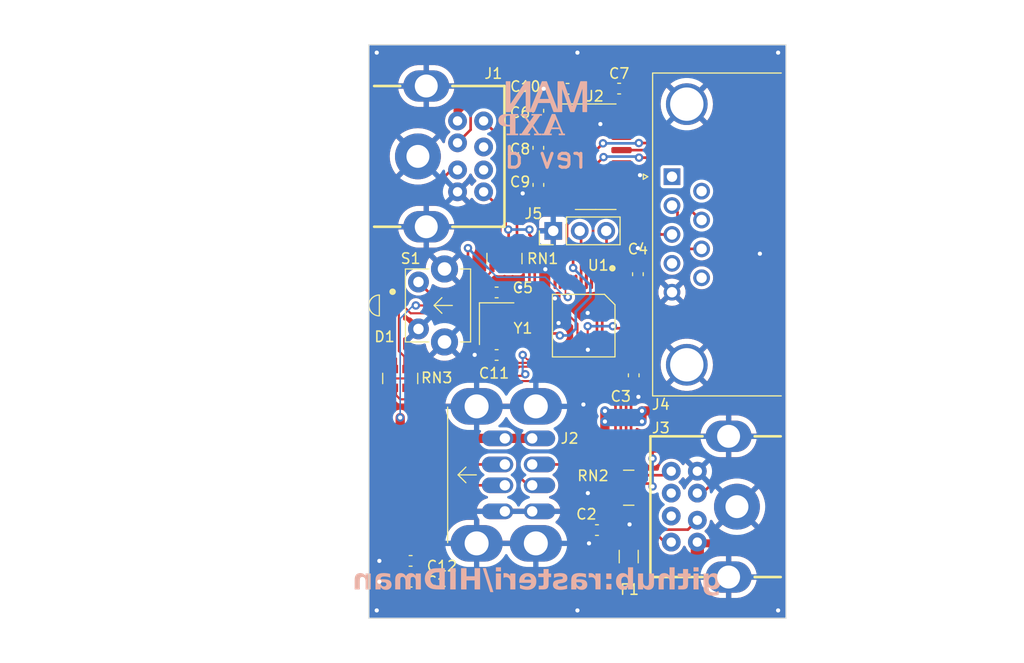
<source format=kicad_pcb>
(kicad_pcb (version 20240108) (generator "pcbnew") (generator_version "8.0")
  (layers (0 "F.Cu" signal) (31 "B.Cu" signal) (34 "B.Paste" user) (35 "F.Paste" user) (36 "B.SilkS" user "B.Silkscreen") (37 "F.SilkS" user "F.Silkscreen") (38 "B.Mask" user) (39 "F.Mask" user) (44 "Edge.Cuts" user))
  (net 0 "")
  (net 1 "Net-(F1-Pad2)")
  (net 2 "GND")
  (net 3 "+5V")
  (net 4 "/DIN1-1")
  (net 5 "/DIN1-2")
  (net 6 "/DIN1-6")
  (net 7 "/DIN1-8")
  (net 8 "/DIN2-1")
  (net 9 "/DIN2-2")
  (net 10 "/DIN2-6")
  (net 11 "/DIN2-8")
  (net 16 "Net-(U2-C1+)")
  (net 17 "Net-(U2-C1-)")
  (net 18 "Net-(U2-C2+)")
  (net 19 "Net-(U2-C2-)")
  (net 20 "Net-(U2-VS-)")
  (net 21 "Net-(U2-VS+)")
  (net 22 "Net-(D1-B)")
  (net 27 "Net-(D1-G)")
  (net 28 "Net-(D1-R)")
  (net 29 "Net-(U1A-P5.4{slash}HM{slash}ALE{slash}XB)")
  (net 30 "Net-(U1A-P5.0{slash}DM)")
  (net 31 "Net-(U1A-P5.5{slash}HP{slash}!A15{slash}XA)")
  (net 32 "Net-(U1A-P5.1{slash}DP)")
  (net 33 "+3.3V")
  (net 34 "Net-(U2-T1OUT)")
  (net 35 "Net-(U2-R1IN)")
  (net 36 "Net-(U2-R2IN)")
  (net 37 "Net-(U2-T2OUT)")
  (net 38 "Net-(RN3-R1.2)")
  (net 39 "Net-(RN3-R3.2)")
  (net 40 "Net-(RN3-R4.2)")
  (net 41 "Net-(U1A-P4.6{slash}XI{slash}SCS_)")
  (net 43 "Net-(U1A-P4.4{slash}LED3{slash}TNOW_{slash}TXD1_{slash}A4)")
  (net 44 "Net-(U1A-P4.0{slash}LED2{slash}A0{slash}RXD1_)")
  (net 45 "Net-(U1A-P0.4{slash}AD4{slash}UCTS)")
  (net 46 "Net-(U1A-P0.1{slash}AD1{slash}URTS)")
  (net 47 "Net-(J5-Pin_2)")
  (net 48 "Net-(J5-Pin_3)")
  (net 49 "Net-(U1A-P3.4{slash}LEDC{slash}XCS0{slash}T0)")
  (net 50 "Net-(U1A-P4.7{slash}X0{slash}SCK_)")
  (footprint "Capacitor_SMD:C_0603_1608Metric" (layer "F.Cu") (at 122.8 89.5 -90)
    (property "Reference" "C4")
    (property "Value" "3.3u")
  )
  (footprint "Capacitor_SMD:C_0603_1608Metric" (layer "F.Cu") (at 109.25 97.25)
    (property "Reference" "C11")
    (property "Value" "10pF")
  )
  (footprint "Capacitor_SMD:C_0603_1608Metric" (layer "F.Cu") (at 121 71.7)
    (property "Reference" "C7")
    (property "Value" "3.3u")
  )
  (footprint "ps2usb:DIN8" (layer "F.Cu") (at 137 111.8 -90)
    (property "Reference" "J3")
    (property "Value" "DIN8")
  )
  (footprint "ps2usb:B3173BGR-20C0001Q3U1930" (layer "F.Cu") (at 98.25 92.5 180)
    (property "Reference" "D1")
    (property "Value" "B3173BGR-20C0001Q3U1930")
  )
  (footprint "Resistor_SMD:R_Array_Convex_4x0603" (layer "F.Cu") (at 100 99.5 -90)
    (property "Reference" "RN3")
    (property "Value" "150")
  )
  (footprint "Resistor_SMD:R_Array_Convex_4x0603" (layer "F.Cu") (at 110 88 -90)
    (property "Reference" "RN1")
    (property "Value" "1K")
  )
  (footprint "Capacitor_SMD:C_0603_1608Metric" (layer "F.Cu") (at 101 117)
    (property "Reference" "C1")
    (property "Value" "3.3u")
  )
  (footprint "ps2usb:USB1035" (layer "F.Cu") (at 104.58 108.75 -90)
    (property "Reference" "J2")
    (property "Value" "USB1035")
  )
  (footprint "ps2usb:QFP-12x12_14x14_Pitch0.5mm" (layer "F.Cu") (at 117.602 94.435 -90)
    (property "Reference" "U1")
    (property "Value" "CH559L-less")
  )
  (footprint "Capacitor_SMD:C_0603_1608Metric" (layer "F.Cu") (at 109.25 91.25 180)
    (property "Reference" "C5")
    (property "Value" "10pF")
  )
  (footprint "Resistor_SMD:R_Array_Convex_4x0603" (layer "F.Cu") (at 121.92 109.982 180)
    (property "Reference" "RN2")
    (property "Value" "1K")
  )
  (footprint "Package_SO:SOIC-16_3.9x9.9mm_P1.27mm" (layer "F.Cu") (at 118.75 78.2338)
    (property "Reference" "U2")
    (property "Value" "MAX232")
  )
  (footprint "Crystal:Crystal_SMD_3225-4Pin_3.2x2.5mm" (layer "F.Cu") (at 109.25 94.25 -90)
    (property "Reference" "Y1")
    (property "Value" "12MHz")
  )
  (footprint "Capacitor_SMD:C_0603_1608Metric" (layer "F.Cu") (at 113.25 73.824 90)
    (property "Reference" "C6")
    (property "Value" "3.3u")
  )
  (footprint "Connector_PinHeader_2.54mm:PinHeader_1x03_P2.54mm_Vertical" (layer "F.Cu") (at 114.681 85.344 90)
    (property "Reference" "J5")
    (property "Value" "Conn_01x03_Pin")
  )
  (footprint "ps2usb:TS11" (layer "F.Cu") (at 103 92.5 -90)
    (property "Reference" "S1")
    (property "Value" "RATACSWITCH")
  )
  (footprint "Capacitor_SMD:C_0603_1608Metric" (layer "F.Cu") (at 116.05 71.7158)
    (property "Reference" "C10")
    (property "Value" "3.3u")
  )
  (footprint "Capacitor_SMD:C_0603_1608Metric" (layer "F.Cu") (at 113.256 80.936 -90)
    (property "Reference" "C9")
    (property "Value" "3.3u")
  )
  (footprint "Capacitor_SMD:C_0603_1608Metric" (layer "F.Cu") (at 101 119)
    (property "Reference" "C12")
    (property "Value" "3.3u")
  )
  (footprint "Capacitor_SMD:C_0603_1608Metric" (layer "F.Cu") (at 118.872 114.046)
    (property "Reference" "C2")
    (property "Value" "3.3u")
  )
  (footprint "Connector_Dsub:DSUB-9_Female_Horizontal_P2.77x2.84mm_EdgePinOffset7.70mm_Housed_MountingHolesOffset9.12mm" (layer "F.Cu") (at 126.069669 80.15 90)
    (property "Reference" "J4")
    (property "Value" "DE9")
  )
  (footprint "Capacitor_SMD:C_0603_1608Metric" (layer "F.Cu") (at 122.4 99.2 90)
    (property "Reference" "C3")
    (property "Value" "3.3u")
  )
  (footprint "Capacitor_SMD:C_0603_1608Metric" (layer "F.Cu") (at 113.25 77.38 90)
    (property "Reference" "C8")
    (property "Value" "3.3u")
  )
  (footprint "ps2usb:DIN8" (layer "F.Cu") (at 97 78.2 90)
    (property "Reference" "J1")
    (property "Value" "DIN8")
  )
  (footprint "Fuse:Fuse_1206_3216Metric" (layer "F.Cu") (at 121.92 116.586 -90)
    (property "Reference" "F1")
    (property "Value" "500mA")
  )
  (gr_poly (pts (xy 110.533353 73.296239) (xy 110.533353 71.029276) (xy 110.167015 71.029276) (xy 110.167015 73.916649) (xy 110.558957 73.916649) (xy 112.075519 71.647717) (xy 112.075519 73.916649) (xy 112.436642 73.916649) (xy 112.441856 73.903908) (xy 112.441856 71.029276) (xy 112.049913 71.029276)) (stroke (width 0.08)) (fill solid) (layer "B.SilkS"))
  (gr_poly (pts (xy 116.628558 73.073678) (xy 116.546821 73.323321) (xy 116.515554 73.421183) (xy 116.490688 73.501073) (xy 116.462622 73.413058) (xy 116.427662 73.306578) (xy 116.385809 73.181635) (xy 116.337063 73.038226) (xy 115.645747 71.029276) (xy 115.131692 71.029276) (xy 115.131692 73.89794) (xy 115.138877 73.916649) (xy 115.5 73.916649) (xy 115.5 71.5) (xy 116.339032 73.916649) (xy 116.683705 73.916649) (xy 117.518798 71.458639) (xy 117.518798 73.916649) (xy 117.887106 73.916649) (xy 117.887106 71.029276) (xy 117.311994 71.029276)) (stroke (width 0.08)) (fill solid) (layer "B.SilkS"))
  (gr_poly (pts (xy 112.441856 73.903908) (xy 112.441856 73.916649) (xy 112.871914 73.916649) (xy 113.208709 73.042164) (xy 114.416048 73.042164) (xy 114.733147 73.916649) (xy 115.131692 73.916649) (xy 115.131692 73.89794) (xy 114.683533 72.730975) (xy 114.305754 72.730975) (xy 113.326883 72.730975) (xy 113.628226 71.931334) (xy 113.692729 71.757275) (xy 113.748369 71.599464) (xy 113.795146 71.457902) (xy 113.815211 71.393214) (xy 113.83306 71.332589) (xy 113.847555 71.401954) (xy 113.863465 71.471197) (xy 113.880791 71.540316) (xy 113.899533 71.609312) (xy 113.91969 71.678185) (xy 113.941263 71.746935) (xy 113.964252 71.815562) (xy 113.988656 71.884066) (xy 114.305754 72.730975) (xy 114.683533 72.730975) (xy 114.030016 71.029276) (xy 113.618377 71.029276)) (stroke (width 0.08)) (fill solid) (layer "B.SilkS"))
  (gr_circle (center 99.271176 91.183159) (end 99.424647 91.233822) (stroke (width 0.3)) (fill none) (layer "F.SilkS"))
  (gr_line (start 97 67.5) (end 137 67.5) (stroke (width 0.1)) (layer "Edge.Cuts"))
  (gr_line (start 137 122.5) (end 97 122.5) (stroke (width 0.1)) (layer "Edge.Cuts"))
  (gr_line (start 97 91) (end 97 67.5) (stroke (width 0.1)) (layer "Edge.Cuts"))
  (gr_line (start 137 67.5) (end 137 122.5) (stroke (width 0.1)) (layer "Edge.Cuts"))
  (gr_line (start 97 122.5) (end 97 91) (stroke (width 0.1)) (layer "Edge.Cuts"))
  (gr_text "AXP" (at 115.786785 76.514606 0) (layer "B.SilkS") (effects (font (size 2 2) (thickness 0.2) (bold yes)) (justify left bottom mirror)))
  (gr_text "github:rasteri/HIDman" (at 113.136293 118.909081 0) (layer "B.SilkS") (effects (font (size 2 2) (thickness 0.3) (bold yes)) (justify mirror)))
  (gr_text "rev d" (at 118 79.5 0) (layer "B.SilkS") (effects (font (size 2 2) (thickness 0.3)) (justify left bottom mirror)))
  (segment (start 128.5 115.2) (end 128.5 117) (width 1.27) (layer "F.Cu") (net 1))
  (segment (start 128.616 115.316) (end 134.62 115.316) (width 0.762) (layer "F.Cu") (net 1))
  (segment (start 131.826 70.104) (end 109.22 70.104) (width 0.762) (layer "F.Cu") (net 1))
  (segment (start 128.5 117) (end 127.514 117.986) (width 1.27) (layer "F.Cu") (net 1))
  (segment (start 134.62 115.316) (end 135.89 114.046) (width 0.762) (layer "F.Cu") (net 1))
  (segment (start 109.22 70.104) (end 105.5 73.824) (width 0.762) (layer "F.Cu") (net 1))
  (segment (start 135.89 114.046) (end 135.89 74.168) (width 0.762) (layer "F.Cu") (net 1))
  (segment (start 135.89 74.168) (end 131.826 70.104) (width 0.762) (layer "F.Cu") (net 1))
  (segment (start 127.514 117.986) (end 121.92 117.986) (width 1.27) (layer "F.Cu") (net 1))
  (segment (start 128.5 115.2) (end 128.616 115.316) (width 0.762) (layer "F.Cu") (net 1))
  (segment (start 105.5 73.824) (end 105.5 74.8) (width 0.762) (layer "F.Cu") (net 1))
  (segment (start 118.11 115.316) (end 118.11 114.059) (width 0.254) (layer "F.Cu") (net 2))
  (segment (start 119.2412 75.0588) (end 119.2 75.1) (width 0.254) (layer "F.Cu") (net 2))
  (segment (start 100.2555 119) (end 98 119) (width 0.254) (layer "F.Cu") (net 2))
  (segment (start 115.275 71.7158) (end 113.764 71.7158) (width 0.254) (layer "F.Cu") (net 2))
  (segment (start 122.848345 101.267487) (end 122.4 100.819142) (width 0.25) (layer "F.Cu") (net 2))
  (segment (start 115.189 94.185) (end 113.402 94.185) (width 0.25) (layer "F.Cu") (net 2))
  (segment (start 122.4 100.819142) (end 122.4 99.975) (width 0.25) (layer "F.Cu") (net 2))
  (segment (start 121.225 75.0588) (end 119.2412 75.0588) (width 0.254) (layer "F.Cu") (net 2))
  (segment (start 100.2555 117) (end 98 117) (width 0.254) (layer "F.Cu") (net 2))
  (segment (start 132.975 104.5) (end 131.5 104.5) (width 0.254) (layer "F.Cu") (net 2))
  (segment (start 121.253 75.0308) (end 121.225 75.0588) (width 0.254) (layer "F.Cu") (net 2))
  (segment (start 118.11 114.059) (end 118.097 114.046) (width 0.254) (layer "F.Cu") (net 2))
  (segment (start 122.8 88.725) (end 122.8 87) (width 0.25) (layer "F.Cu") (net 2))
  (segment (start 118.097 115.329) (end 118.11 115.316) (width 0.254) (layer "F.Cu") (net 2))
  (via (at 119.2 75.1) (size 0.8) (drill 0.4) (layers "F.Cu" "B.Cu") (net 2))
  (via (at 114.840138 91.821) (size 0.8) (drill 0.4) (layers "F.Cu" "B.Cu") (net 2))
  (via (at 136.25 68.25) (size 0.8) (drill 0.4) (layers "F.Cu" "B.Cu") (net 2))
  (via (at 117 68.25) (size 0.8) (drill 0.4) (layers "F.Cu" "B.Cu") (net 2))
  (via (at 136.25 121.75) (size 0.8) (drill 0.4) (layers "F.Cu" "B.Cu") (net 2))
  (via (at 123 80) (size 0.8) (drill 0.4) (layers "F.Cu" "B.Cu") (net 2))
  (via (at 118 110.5) (size 0.8) (drill 0.4) (layers "F.Cu" "B.Cu") (net 2))
  (via (at 113.919 89.027) (size 0.8) (drill 0.4) (layers "F.Cu" "B.Cu") (net 2))
  (via (at 122.848345 101.267487) (size 0.8) (drill 0.4) (layers "F.Cu" "B.Cu") (net 2))
  (via (at 118.11 115.316) (size 0.8) (drill 0.4) (layers "F.Cu" "B.Cu") (net 2))
  (via (at 122 113.5) (size 0.8) (drill 0.4) (layers "F.Cu" "B.Cu") (net 2))
  (via (at 118 96.75) (size 0.8) (drill 0.4) (layers "F.Cu" "B.Cu") (net 2))
  (via (at 107.142108 97.238642) (size 0.8) (drill 0.4) (layers "F.Cu" "B.Cu") (net 2))
  (via (at 117.983 93.218) (size 0.8) (drill 0.4) (layers "F.Cu" "B.Cu") (net 2))
  (via (at 134.5 87.535313) (size 0.8) (drill 0.4) (layers "F.Cu" "B.Cu") (net 2))
  (via (at 111.75 81.75) (size 0.8) (drill 0.4) (layers "F.Cu" "B.Cu") (net 2))
  (via (at 115.189 94.185) (size 0.8) (drill 0.4) (layers "F.Cu" "B.Cu") (net 2))
  (via (at 97.75 121.75) (size 0.8) (drill 0.4) (layers "F.Cu" "B.Cu") (net 2))
  (via (at 117 121.75) (size 0.8) (drill 0.4) (layers "F.Cu" "B.Cu") (net 2))
  (via (at 111.5 90.75) (size 0.8) (drill 0.4) (layers "F.Cu" "B.Cu") (net 2))
  (via (at 97.75 68.25) (size 0.8) (drill 0.4) (layers "F.Cu" "B.Cu") (net 2))
  (via (at 113.764 71.7158) (size 0.8) (drill 0.4) (layers "F.Cu" "B.Cu") (net 2))
  (via (at 98 117) (size 0.8) (drill 0.4) (layers "F.Cu" "B.Cu") (net 2))
  (via (at 98 119) (size 0.8) (drill 0.4) (layers "F.Cu" "B.Cu") (net 2))
  (via (at 117.5731 102) (size 0.8) (drill 0.4) (layers "F.Cu" "B.Cu") (net 2))
  (via (at 122.8 87) (size 0.8) (drill 0.4) (layers "F.Cu" "B.Cu") (net 2))
  (segment (start 121.225 72.25) (end 121.225 73.7888) (width 0.25) (layer "F.Cu") (net 3))
  (segment (start 124.333 100.076) (end 122.682 98.425) (width 0.762) (layer "F.Cu") (net 3))
  (segment (start 119.647 118.351) (end 119.647 115.062) (width 0.889) (layer "F.Cu") (net 3))
  (segment (start 124.333 102.265) (end 124.684 102.616) (width 0.889) (layer "F.Cu") (net 3))
  (segment (start 103.836 105.25) (end 102.362 106.724) (width 0.889) (layer "F.Cu") (net 3))
  (segment (start 101.5 92.5) (end 105.5 92.5) (width 0.2032) (layer "F.Cu") (net 3))
  (segment (start 119.647 115.062) (end 119.647 112.071) (width 0.889) (layer "F.Cu") (net 3))
  (segment (start 121.92 115.186) (end 119.771 115.186) (width 0.889) (layer "F.Cu") (net 3))
  (segment (start 121.02 108.782) (end 121.02 111.182) (width 0.254) (layer "F.Cu") (net 3))
  (segment (start 103.13 118.37) (end 104.01 119.25) (width 0.889) (layer "F.Cu") (net 3))
  (segment (start 131.3 100) (end 128.684 102.616) (width 0.889) (layer "F.Cu") (net 3))
  (segment (start 122.4 97.945) (end 122.4 98.425) (width 0.25) (layer "F.Cu") (net 3))
  (segment (start 126.4 76.6) (end 123.6 73.8) (width 0.762) (layer "F.Cu") (net 3))
  (segment (start 123.6 73.8) (end 123.6 73) (width 0.762) (layer "F.Cu") (net 3))
  (segment (start 123.19 102.616) (end 124.684 102.616) (width 0.889) (layer "F.Cu") (net 3))
  (segment (start 102.362 106.724) (end 102.362 117.602) (width 0.889) (layer "F.Cu") (net 3))
  (segment (start 122.744 95.185) (end 123.19 95.631) (width 0.25) (layer "F.Cu") (net 3))
  (segment (start 119.771 115.186) (end 119.647 115.062) (width 0.889) (layer "F.Cu") (net 3))
  (segment (start 119.647 112.071) (end 119.63 112.054) (width 0.889) (layer "F.Cu") (net 3))
  (segment (start 133 93.822) (end 131.3 95.522) (width 0.889) (layer "F.Cu") (net 3))
  (segment (start 123.19 95.631) (end 123.19 97.155) (width 0.25) (layer "F.Cu") (net 3))
  (segment (start 100 105.5) (end 101.224 106.724) (width 0.889) (layer "F.Cu") (net 3))
  (segment (start 122.3 71.7) (end 121.775 71.7) (width 0.762) (layer "F.Cu") (net 3))
  (segment (start 124.333 100.076) (end 124.333 102.265) (width 0.889) (layer "F.Cu") (net 3))
  (segment (start 103.13 118.37) (end 102.5 119) (width 0.889) (layer "F.Cu") (net 3))
  (segment (start 119.634 102.616) (end 119.634 106.172) (width 0.889) (layer "F.Cu") (net 3))
  (segment (start 133 80.1) (end 129.5 76.6) (width 0.762) (layer "F.Cu") (net 3))
  (segment (start 119.63 112.054) (end 119.63 108.839) (width 0.889) (layer "F.Cu") (net 3))
  (segment (start 119.63 106.176) (end 119.63 108.054) (width 0.889) (layer "F.Cu") (net 3))
  (segment (start 121.802 95.185) (end 122.744 95.185) (width 0.25) (layer "F.Cu") (net 3))
  (segment (start 110.04 105.25) (end 112.66 105.25) (width 0.889) (layer "F.Cu") (net 3))
  (segment (start 121.775 71.7) (end 121.225 72.25) (width 0.25) (layer "F.Cu") (net 3))
  (segment (start 131.3 95.522) (end 131.3 100) (width 0.889) (layer "F.Cu") (net 3))
  (segment (start 118.748 119.25) (end 119.647 118.351) (width 0.889) (layer "F.Cu") (net 3))
  (segment (start 102.5 119) (end 101.775 119) (width 0.889) (layer "F.Cu") (net 3))
  (segment (start 123.19 97.155) (end 122.4 97.945) (width 0.25) (layer "F.Cu") (net 3))
  (segment (start 100 103.25) (end 100 105.5) (width 0.889) (layer "F.Cu") (net 3))
  (segment (start 104.01 119.25) (end 118.748 119.25) (width 0.889) (layer "F.Cu") (net 3))
  (segment (start 110.04 105.25) (end 103.836 105.25) (width 0.889) (layer "F.Cu") (net 3))
  (segment (start 119.63 108.839) (end 119.63 108.054) (width 0.889) (layer "F.Cu") (net 3))
  (segment (start 133 80.1) (end 133 93.822) (width 0.889) (layer "F.Cu") (net 3))
  (segment (start 123.19 103.632) (end 123.19 102.616) (width 0.889) (layer "F.Cu") (net 3))
  (segment (start 122.682 98.425) (end 122.4 98.425) (width 0.762) (layer "F.Cu") (net 3))
  (segment (start 119.687 108.782) (end 119.63 108.839) (width 0.254) (layer "F.Cu") (net 3))
  (segment (start 129.5 76.6) (end 126.4 76.6) (width 0.762) (layer "F.Cu") (net 3))
  (segment (start 108.8 88.9) (end 111.2 88.9) (width 0.1524) (layer "F.Cu") (net 3))
  (segment (start 121.02 108.782) (end 119.687 108.782) (width 0.254) (layer "F.Cu") (net 3))
  (segment (start 128.684 102.616) (end 124.684 102.616) (width 0.889) (layer "F.Cu") (net 3))
  (segment (start 102.362 117.602) (end 103.13 118.37) (width 0.889) (layer "F.Cu") (net 3))
  (segment (start 105.5 92.5) (end 108.8 89.2) (width 0.2032) (layer "F.Cu") (net 3))
  (segment (start 101.224 106.724) (end 102.362 106.724) (width 0.889) (layer "F.Cu") (net 3))
  (segment (start 123.6 73) (end 122.3 71.7) (width 0.762) (layer "F.Cu") (net 3))
  (segment (start 119.634 106.172) (end 119.63 106.176) (width 0.889) (layer "F.Cu") (net 3))
  (segment (start 108.8 89.2) (end 108.8 88.9) (width 0.2032) (layer "F.Cu") (net 3))
  (via (at 119.634 102.616) (size 0.8) (drill 0.4) (layers "F.Cu" "B.Cu") (net 3))
  (via (at 123.19 102.616) (size 0.8) (drill 0.4) (layers "F.Cu" "B.Cu") (net 3))
  (via (at 100 103.25) (size 0.8) (drill 0.4) (layers "F.Cu" "B.Cu") (net 3))
  (via (at 101.5 92.5) (size 0.8) (drill 0.4) (layers "F.Cu" "B.Cu") (net 3))
  (via (at 119.634 103.632) (size 0.8) (drill 0.4) (layers "F.Cu" "B.Cu") (net 3))
  (via (at 123.19 103.632) (size 0.8) (drill 0.4) (layers "F.Cu" "B.Cu") (net 3))
  (segment (start 100 93.75) (end 101.25 92.5) (width 0.1524) (layer "B.Cu") (net 3))
  (segment (start 100 103.25) (end 100 93.75) (width 0.1524) (layer "B.Cu") (net 3))
  (segment (start 122.936 102.87) (end 123.19 102.616) (width 0.889) (layer "B.Cu") (net 3))
  (segment (start 119.634 103.632) (end 123.19 103.632) (width 0.889) (layer "B.Cu") (net 3))
  (segment (start 101.25 92.5) (end 101.5 92.5) (width 0.1524) (layer "B.Cu") (net 3))
  (segment (start 119.634 102.616) (end 119.888 102.87) (width 0.889) (layer "B.Cu") (net 3))
  (segment (start 119.888 102.87) (end 122.936 102.87) (width 0.889) (layer "B.Cu") (net 3))
  (segment (start 112.014 91.821) (end 112.378 92.185) (width 0.254) (layer "F.Cu") (net 4))
  (segment (start 108.597326 87.1) (end 108.8 87.1) (width 0.254) (layer "F.Cu") (net 4))
  (segment (start 112.014 91.44) (end 112.014 91.821) (width 0.254) (layer "F.Cu") (net 4))
  (segment (start 112.268 91.186) (end 112.014 91.44) (width 0.254) (layer "F.Cu") (net 4))
  (segment (start 105.5625 78.8) (end 105.14 78.8) (width 0.254) (layer "F.Cu") (net 4))
  (segment (start 112.395 88.9) (end 112.395 90.678) (width 0.254) (layer "F.Cu") (net 4))
  (segment (start 112.395 88.9) (end 111.633 88.138) (width 0.1524) (layer "F.Cu") (net 4))
  (segment (start 104.904 79.5) (end 103.886 80.518) (width 0.254) (layer "F.Cu") (net 4))
  (segment (start 112.395 90.678) (end 112.268 90.805) (width 0.254) (layer "F.Cu") (net 4))
  (segment (start 112.378 92.185) (end 113.402 92.185) (width 0.254) (layer "F.Cu") (net 4))
  (segment (start 109.093 88.138) (end 108.8 87.845) (width 0.1524) (layer "F.Cu") (net 4))
  (segment (start 105.5 79.5) (end 104.904 79.5) (width 0.254) (layer "F.Cu") (net 4))
  (segment (start 103.886 80.518) (end 103.886 82.388674) (width 0.254) (layer "F.Cu") (net 4))
  (segment (start 108.8 87.845) (end 108.8 87.1) (width 0.1524) (layer "F.Cu") (net 4))
  (segment (start 103.886 82.388674) (end 108.597326 87.1) (width 0.254) (layer "F.Cu") (net 4))
  (segment (start 112.268 90.805) (end 112.268 91.186) (width 0.254) (layer "F.Cu") (net 4))
  (segment (start 111.633 88.138) (end 109.093 88.138) (width 0.1524) (layer "F.Cu") (net 4))
  (segment (start 106.755785 75.644215) (end 105.5 76.9) (width 0.254) (layer "F.Cu") (net 5))
  (segment (start 111.2 87.1) (end 111.2 84.022) (width 0.254) (layer "F.Cu") (net 5))
  (segment (start 111.2 84.022) (end 110.617 83.439) (width 0.254) (layer "F.Cu") (net 5))
  (segment (start 110.617 74.295) (end 109.347 73.025) (width 0.254) (layer "F.Cu") (net 5))
  (segment (start 105.5 76.9) (end 105.726 76.9) (width 0.254) (layer "F.Cu") (net 5))
  (segment (start 109.347 73.025) (end 107.696 73.025) (width 0.254) (layer "F.Cu") (net 5))
  (segment (start 107.696 73.025) (end 106.755785 73.965215) (width 0.254) (layer "F.Cu") (net 5))
  (segment (start 114.852 90.235) (end 114.852 88.944) (width 0.254) (layer "F.Cu") (net 5))
  (segment (start 110.617 83.439) (end 110.617 74.295) (width 0.254) (layer "F.Cu") (net 5))
  (segment (start 113.008 87.1) (end 111.2 87.1) (width 0.254) (layer "F.Cu") (net 5))
  (segment (start 114.852 88.944) (end 113.008 87.1) (width 0.254) (layer "F.Cu") (net 5))
  (segment (start 106.755785 73.965215) (end 106.755785 75.644215) (width 0.254) (layer "F.Cu") (net 5))
  (segment (start 113.402 91.195) (end 113.402 91.685) (width 0.254) (layer "F.Cu") (net 6))
  (segment (start 111.9632 87.8332) (end 109.8042 87.8332) (width 0.1524) (layer "F.Cu") (net 6))
  (segment (start 112.268 88.138) (end 112.903 88.773) (width 0.254) (layer "F.Cu") (net 6))
  (segment (start 112.268 88.138) (end 111.9632 87.8332) (width 0.1524) (layer "F.Cu") (net 6))
  (segment (start 109.6 83.2) (end 108 81.6) (width 0.254) (layer "F.Cu") (net 6))
  (segment (start 112.903 90.696) (end 113.402 91.195) (width 0.254) (layer "F.Cu") (net 6))
  (segment (start 109.6 87.1) (end 109.6 83.2) (width 0.254) (layer "F.Cu") (net 6))
  (segment (start 112.903 88.773) (end 112.903 90.696) (width 0.254) (layer "F.Cu") (net 6))
  (segment (start 109.6 87.629) (end 109.6 87.1) (width 0.1524) (layer "F.Cu") (net 6))
  (segment (start 109.8042 87.8332) (end 109.6 87.629) (width 0.1524) (layer "F.Cu") (net 6))
  (segment (start 110.4 87.1) (end 110.4 85.254) (width 0.254) (layer "F.Cu") (net 7))
  (segment (start 112.395 85.725) (end 112.395 85.217) (width 0.254) (layer "F.Cu") (net 7))
  (segment (start 110.109 76.909) (end 108 74.8) (width 0.254) (layer "F.Cu") (net 7))
  (segment (start 115.352 90.235) (end 115.352 88.682) (width 0.254) (layer "F.Cu") (net 7))
  (segment (start 110.109 84.963) (end 110.109 76.909) (width 0.254) (layer "F.Cu") (net 7))
  (segment (start 115.352 88.682) (end 112.395 85.725) (width 0.254) (layer "F.Cu") (net 7))
  (segment (start 110.4 85.254) (end 110.109 84.963) (width 0.254) (layer "F.Cu") (net 7))
  (via (at 112.395 85.217) (size 0.8) (drill 0.4) (layers "F.Cu" "B.Cu") (net 7))
  (via (at 110.363 85.217) (size 0.8) (drill 0.4) (layers "F.Cu" "B.Cu") (net 7))
  (segment (start 112.395 85.217) (end 110.363 85.217) (width 0.254) (layer "B.Cu") (net 7))
  (segment (start 122.146 101.346) (end 122.146 104.747) (width 0.254) (layer "F.Cu") (net 8))
  (segment (start 124.206 107.188) (end 124.206 106.5) (width 0.254) (layer "F.Cu") (net 8))
  (segment (start 130.5 108) (end 130.5 109) (width 0.254) (layer "F.Cu") (net 8))
  (segment (start 129 106.5) (end 130.5 108) (width 0.254) (layer "F.Cu") (net 8))
  (segment (start 121.1 100.3) (end 122.146 101.346) (width 0.254) (layer "F.Cu") (net 8))
  (segment (start 121.115 97.185) (end 121.1 97.2) (width 0.254) (layer "F.Cu") (net 8))
  (segment (start 124.206 106.5) (end 129 106.5) (width 0.254) (layer "F.Cu") (net 8))
  (segment (start 122.82 109.582) (end 123.933 109.582) (width 0.254) (layer "F.Cu") (net 8))
  (segment (start 123.899 106.5) (end 124.206 106.5) (width 0.254) (layer "F.Cu") (net 8))
  (segment (start 130.5 109) (end 129 110.5) (width 0.254) (layer "F.Cu") (net 8))
  (segment (start 121.802 97.185) (end 121.115 97.185) (width 0.254) (layer "F.Cu") (net 8))
  (segment (start 122.146 104.747) (end 123.899 106.5) (width 0.254) (layer "F.Cu") (net 8))
  (segment (start 128.5 110.5) (end 129 110.5) (width 0.2032) (layer "F.Cu") (net 8))
  (segment (start 123.933 109.582) (end 124.206 109.855) (width 0.254) (layer "F.Cu") (net 8))
  (segment (start 121.1 97.2) (end 121.1 100.3) (width 0.254) (layer "F.Cu") (net 8))
  (via (at 124.206 109.855) (size 0.8) (drill 0.4) (layers "F.Cu" "B.Cu") (net 8))
  (via (at 124.206 107.188) (size 0.8) (drill 0.4) (layers "F.Cu" "B.Cu") (net 8))
  (segment (start 124.206 109.855) (end 124.206 107.188) (width 0.254) (layer "B.Cu") (net 8))
  (segment (start 119.352 100.048) (end 119.352 98.635) (width 0.254) (layer "F.Cu") (net 9))
  (segment (start 121.158 106.045) (end 121.92 106.807) (width 0.254) (layer "F.Cu") (net 9))
  (segment (start 122.0978 106.9848) (end 121.92 106.807) (width 0.1524) (layer "F.Cu") (net 9))
  (segment (start 121.158 101.854) (end 121.158 106.045) (width 0.254) (layer "F.Cu") (net 9))
  (segment (start 122.0978 110.0328) (end 122.0978 106.9848) (width 0.1524) (layer "F.Cu") (net 9))
  (segment (start 128.5 113.1) (end 127.6 114) (width 0.254) (layer "F.Cu") (net 9))
  (segment (start 124 110.919) (end 123.463 110.382) (width 0.254) (layer "F.Cu") (net 9))
  (segment (start 122.82 110.382) (end 122.447 110.382) (width 0.1524) (layer "F.Cu") (net 9))
  (segment (start 121.158 101.854) (end 119.352 100.048) (width 0.254) (layer "F.Cu") (net 9))
  (segment (start 124 112.75) (end 124 110.919) (width 0.254) (layer "F.Cu") (net 9))
  (segment (start 127.6 114) (end 125.25 114) (width 0.254) (layer "F.Cu") (net 9))
  (segment (start 125.25 114) (end 124 112.75) (width 0.254) (layer "F.Cu") (net 9))
  (segment (start 122.447 110.382) (end 122.0978 110.0328) (width 0.1524) (layer "F.Cu") (net 9))
  (segment (start 123.463 110.382) (end 122.82 110.382) (width 0.254) (layer "F.Cu") (net 9))
  (segment (start 119.852 99.786) (end 121.666 101.6) (width 0.254) (layer "F.Cu") (net 10))
  (segment (start 121.666 101.6) (end 121.666 105.283) (width 0.254) (layer "F.Cu") (net 10))
  (segment (start 122.82 106.437) (end 122.82 108.782) (width 0.254) (layer "F.Cu") (net 10))
  (segment (start 125.618 108.782) (end 126 108.4) (width 0.254) (layer "F.Cu") (net 10))
  (segment (start 119.852 98.635) (end 119.852 99.786) (width 0.254) (layer "F.Cu") (net 10))
  (segment (start 121.666 105.283) (end 122.82 106.437) (width 0.254) (layer "F.Cu") (net 10))
  (segment (start 122.82 108.782) (end 125.618 108.782) (width 0.254) (layer "F.Cu") (net 10))
  (segment (start 120.65 102.108) (end 118.852 100.31) (width 0.254) (layer "F.Cu") (net 11))
  (segment (start 120.65 102.108) (end 120.65 106.553) (width 0.254) (layer "F.Cu") (net 11))
  (segment (start 121.285 107.188) (end 121.793 107.696) (width 0.1524) (layer "F.Cu") (net 11))
  (segment (start 125.95 115.25) (end 125.41 115.25) (width 0.2032) (layer "F.Cu") (net 11))
  (segment (start 126 115.2) (end 125.95 115.25) (width 0.2032) (layer "F.Cu") (net 11))
  (segment (start 121.793 107.696) (end 121.793 110.617) (width 0.1524) (layer "F.Cu") (net 11))
  (segment (start 122.358 111.182) (end 122.82 111.182) (width 0.1524) (layer "F.Cu") (net 11))
  (segment (start 125.41 115.25) (end 122.82 112.66) (width 0.254) (layer "F.Cu") (net 11))
  (segment (start 118.852 100.31) (end 118.852 98.635) (width 0.254) (layer "F.Cu") (net 11))
  (segment (start 121.793 110.617) (end 122.358 111.182) (width 0.1524) (layer "F.Cu") (net 11))
  (segment (start 122.82 112.66) (end 122.82 111.182) (width 0.254) (layer "F.Cu") (net 11))
  (segment (start 120.65 106.553) (end 121.285 107.188) (width 0.254) (layer "F.Cu") (net 11))
  (segment (start 114.005 73.049) (end 113.25 73.049) (width 0.254) (layer "F.Cu") (net 16))
  (segment (start 114.7448 73.7888) (end 114.005 73.049) (width 0.254) (layer "F.Cu") (net 16))
  (segment (start 116.275 73.7888) (end 114.7448 73.7888) (width 0.254) (layer "F.Cu") (net 16))
  (segment (start 114.9798 76.3288) (end 113.25 74.599) (width 0.254) (layer "F.Cu") (net 17))
  (segment (start 116.275 76.3288) (end 114.9798 76.3288) (width 0.254) (layer "F.Cu") (net 17))
  (segment (start 113.25 76.605) (end 114.005 76.605) (width 0.254) (layer "F.Cu") (net 18))
  (segment (start 114.9988 77.5988) (end 116.275 77.5988) (width 0.254) (layer "F.Cu") (net 18))
  (segment (start 114.005 76.605) (end 114.9988 77.5988) (width 0.254) (layer "F.Cu") (net 18))
  (segment (start 116.275 78.8688) (end 115.2528 78.8688) (width 0.254) (layer "F.Cu") (net 19))
  (segment (start 113.263 78.142) (end 113.25 78.155) (width 0.254) (layer "F.Cu") (net 19))
  (segment (start 115.2528 78.8688) (end 114.526 78.142) (width 0.254) (layer "F.Cu") (net 19))
  (segment (start 114.526 78.142) (end 113.263 78.142) (width 0.254) (layer "F.Cu") (net 19))
  (segment (start 116.275 80.1388) (end 114.32 80.1388) (width 0.254) (layer "F.Cu") (net 20))
  (segment (start 114.2978 80.161) (end 114.32 80.1388) (width 0.254) (layer "F.Cu") (net 20))
  (segment (start 113.256 80.161) (end 114.2978 80.161) (width 0.254) (layer "F.Cu") (net 20))
  (segment (start 118.25 74.2338) (end 118.25 72.8998) (width 0.254) (layer "F.Cu") (net 21))
  (segment (start 116.275 75.0588) (end 117.425 75.0588) (width 0.254) (layer "F.Cu") (net 21))
  (segment (start 117.066 71.7158) (end 116.825 71.7158) (width 0.254) (layer "F.Cu") (net 21))
  (segment (start 117.425 75.0588) (end 118.25 74.2338) (width 0.254) (layer "F.Cu") (net 21))
  (segment (start 118.25 72.8998) (end 117.066 71.7158) (width 0.254) (layer "F.Cu") (net 21))
  (segment (start 100.4 97.4) (end 100.4 98.6) (width 0.2032) (layer "F.Cu") (net 22))
  (segment (start 98.972606 92.05) (end 99.872019 92.949413) (width 0.2032) (layer "F.Cu") (net 22))
  (segment (start 98.575 92.05) (end 98.972606 92.05) (width 0.2032) (layer "F.Cu") (net 22))
  (segment (start 99.872019 92.949413) (end 99.872019 96.872019) (width 0.2032) (layer "F.Cu") (net 22))
  (segment (start 99.872019 96.872019) (end 100.4 97.4) (width 0.2032) (layer "F.Cu") (net 22))
  (segment (start 100.4 98.6) (end 101.2 98.6) (width 0.2032) (layer "F.Cu") (net 22))
  (segment (start 99.25248 97.25248) (end 99.25248 93.62748) (width 0.2032) (layer "F.Cu") (net 27))
  (segment (start 99.6 97.6) (end 99.25248 97.25248) (width 0.2032) (layer "F.Cu") (net 27))
  (segment (start 99.6 98.6) (end 99.6 97.6) (width 0.2032) (layer "F.Cu") (net 27))
  (segment (start 99.25248 93.62748) (end 98.575 92.95) (width 0.2032) (layer "F.Cu") (net 27))
  (segment (start 98.5 98) (end 98.8 98.3) (width 0.2032) (layer "F.Cu") (net 28))
  (segment (start 98.8 98.3) (end 98.8 98.6) (width 0.2032) (layer "F.Cu") (net 28))
  (segment (start 98.25 93.9) (end 98.5 94.15) (width 0.2032) (layer "F.Cu") (net 28))
  (segment (start 98.5 94.15) (end 98.5 98) (width 0.2032) (layer "F.Cu") (net 28))
  (segment (start 116.812 100.866) (end 117.352 100.326) (width 0.25) (layer "F.Cu") (net 29))
  (segment (start 112.66 107.75) (end 115.25 107.75) (width 0.25) (layer "F.Cu") (net 29))
  (segment (start 115.25 107.75) (end 116.812 106.188) (width 0.25) (layer "F.Cu") (net 29))
  (segment (start 116.812 106.188) (end 116.812 100.866) (width 0.25) (layer "F.Cu") (net 29))
  (segment (start 117.352 100.326) (end 117.352 98.635) (width 0.25) (layer "F.Cu") (net 29))
  (segment (start 103.35 117.166) (end 103.35 110.15) (width 0.25) (layer "F.Cu") (net 30))
  (segment (start 118.352 100.493368) (end 118.352 98.635) (width 0.254) (layer "F.Cu") (net 30))
  (segment (start 116.84 116.884) (end 115.288 118.436) (width 0.25) (layer "F.Cu") (net 30))
  (segment (start 116.84 110.16) (end 116.84 116.884) (width 0.25) (layer "F.Cu") (net 30))
  (segment (start 103.35 110.15) (end 105.75 107.75) (width 0.25) (layer "F.Cu") (net 30))
  (segment (start 104.62 118.436) (end 103.35 117.166) (width 0.25) (layer "F.Cu") (net 30))
  (segment (start 115.288 118.436) (end 104.62 118.436) (width 0.25) (layer "F.Cu") (net 30))
  (segment (start 118.352 108.648) (end 118.75 108.25) (width 0.254) (layer "F.Cu") (net 30))
  (segment (start 105.75 107.75) (end 110.04 107.75) (width 0.25) (layer "F.Cu") (net 30))
  (segment (start 118.75 100.891368) (end 118.352 100.493368) (width 0.254) (layer "F.Cu") (net 30))
  (segment (start 118.75 108.25) (end 118.75 100.891368) (width 0.254) (layer "F.Cu") (net 30))
  (segment (start 118.352 108.648) (end 116.84 110.16) (width 0.25) (layer "F.Cu") (net 30))
  (segment (start 112.66 109.75) (end 112.25 109.75) (width 0.25) (layer "F.Cu") (net 31))
  (segment (start 116.852 100.064) (end 116.852 98.635) (width 0.25) (layer "F.Cu") (net 31))
  (segment (start 116.25 100.666) (end 116.852 100.064) (width 0.25) (layer "F.Cu") (net 31))
  (segment (start 116.25 105.75) (end 116.25 100.666) (width 0.25) (layer "F.Cu") (net 31))
  (segment (start 115.5 106.5) (end 116.25 105.75) (width 0.25) (layer "F.Cu") (net 31))
  (segment (start 112.25 109.75) (end 111.25 108.75) (width 0.25) (layer "F.Cu") (net 31))
  (segment (start 111.25 108.75) (end 111.25 107) (width 0.25) (layer "F.Cu") (net 31))
  (segment (start 111.25 107) (end 111.75 106.5) (width 0.25) (layer "F.Cu") (net 31))
  (segment (start 111.75 106.5) (end 115.5 106.5) (width 0.25) (layer "F.Cu") (net 31))
  (segment (start 103.858 116.658) (end 105.128 117.928) (width 0.25) (layer "F.Cu") (net 32))
  (segment (start 116.332 109.918) (end 118.25 108) (width 0.25) (layer "F.Cu") (net 32))
  (segment (start 118.25 101.25) (end 117.852 100.852) (width 0.25) (layer "F.Cu") (net 32))
  (segment (start 110.04 109.75) (end 106.25 109.75) (width 0.25) (layer "F.Cu") (net 32))
  (segment (start 106.25 109.75) (end 103.858 112.142) (width 0.25) (layer "F.Cu") (net 32))
  (segment (start 116.332 116.63) (end 116.332 109.918) (width 0.25) (layer "F.Cu") (net 32))
  (segment (start 115.034 117.928) (end 116.332 116.63) (width 0.25) (layer "F.Cu") (net 32))
  (segment (start 103.858 112.142) (end 103.858 116.658) (width 0.25) (layer "F.Cu") (net 32))
  (segment (start 117.852 100.852) (end 117.852 98.635) (width 0.25) (layer "F.Cu") (net 32))
  (segment (start 105.128 117.928) (end 115.034 117.928) (width 0.25) (layer "F.Cu") (net 32))
  (segment (start 118.25 108) (end 118.25 101.25) (width 0.25) (layer "F.Cu") (net 32))
  (segment (start 123.19 90.665) (end 122.8 90.275) (width 0.254) (layer "F.Cu") (net 33))
  (segment (start 121.802 94.685) (end 120.593 94.685) (width 0.254) (layer "F.Cu") (net 33))
  (segment (start 106.875 98.25) (end 106.25 97.625) (width 0.2032) (layer "F.Cu") (net 33))
  (segment (start 106.25 94.75) (end 104.75 93.25) (width 0.2032) (layer "F.Cu") (net 33))
  (segment (start 114.171024 98.006677) (end 111.173296 98.006677) (width 0.2032) (layer "F.Cu") (net 33))
  (segment (start 114.938208 97.3048) (end 114.236331 98.006677) (width 0.1524) (layer "F.Cu") (net 33))
  (segment (start 116.1952 97.3048) (end 114.938208 97.3048) (width 0.1524) (layer "F.Cu") (net 33))
  (segment (start 117.983 95.517) (end 116.1952 97.3048) (width 0.2032) (layer "F.Cu") (net 33))
  (segment (start 123.19 94.234) (end 123.19 90.665) (width 0.254) (layer "F.Cu") (net 33))
  (segment (start 122.739 94.685) (end 123.19 94.234) (width 0.254) (layer "F.Cu") (net 33))
  (segment (start 98.85 91.1) (end 98.25 91.1) (width 0.1524) (layer "F.Cu") (net 33))
  (segment (start 106.25 97.625) (end 106.25 94.75) (width 0.2032) (layer "F.Cu") (net 33))
  (segment (start 101 93.25) (end 98.85 91.1) (width 0.2032) (layer "F.Cu") (net 33))
  (segment (start 114.236331 98.006677) (end 114.171024 98.006677) (width 0.1524) (layer "F.Cu") (net 33))
  (segment (start 111.173296 98.006677) (end 110.929973 98.25) (width 0.2032) (layer "F.Cu") (net 33))
  (segment (start 121.802 94.685) (end 122.739 94.685) (width 0.254) (layer "F.Cu") (net 33))
  (segment (start 110.929973 98.25) (end 106.875 98.25) (width 0.2032) (layer "F.Cu") (net 33))
  (segment (start 120.593 94.685) (end 120.396 94.488) (width 0.254) (layer "F.Cu") (net 33))
  (segment (start 117.983 94.488) (end 117.983 95.517) (width 0.2032) (layer "F.Cu") (net 33))
  (segment (start 104.75 93.25) (end 101 93.25) (width 0.2032) (layer "F.Cu") (net 33))
  (via (at 120.396 94.488) (size 0.8) (drill 0.4) (layers "F.Cu" "B.Cu") (net 33))
  (via (at 117.983 94.488) (size 0.8) (drill 0.4) (layers "F.Cu" "B.Cu") (net 33))
  (segment (start 117.983 94.488) (end 120.396 94.488) (width 0.254) (layer "B.Cu") (net 33))
  (segment (start 130.2 79.5) (end 130.2 85.2) (width 0.254) (layer "F.Cu") (net 34))
  (segment (start 122.0452 76.3288) (end 122.428 75.946) (width 0.254) (layer "F.Cu") (net 34))
  (segment (start 124.146 75.946) (end 126.2 78) (width 0.254) (layer "F.Cu") (net 34))
  (segment (start 121.225 76.3288) (end 122.0452 76.3288) (width 0.254) (layer "F.Cu") (net 34))
  (segment (start 126.6 83.550331) (end 125.969669 82.92) (width 0.254) (layer "F.Cu") (net 34))
  (segment (start 122.428 75.946) (end 124.146 75.946) (width 0.254) (layer "F.Cu") (net 34))
  (segment (start 128.7 78) (end 130.2 79.5) (width 0.254) (layer "F.Cu") (net 34))
  (segment (start 129.8 85.6) (end 127.9 85.6) (width 0.254) (layer "F.Cu") (net 34))
  (segment (start 126.6 84.3) (end 126.6 83.550331) (width 0.254) (layer "F.Cu") (net 34))
  (segment (start 126.2 78) (end 128.7 78) (width 0.254) (layer "F.Cu") (net 34))
  (segment (start 130.2 85.2) (end 129.8 85.6) (width 0.254) (layer "F.Cu") (net 34))
  (segment (start 127.9 85.6) (end 126.6 84.3) (width 0.254) (layer "F.Cu") (net 34))
  (segment (start 124.6 78.6) (end 124.6 85.3) (width 0.254) (layer "F.Cu") (net 35))
  (segment (start 124.6 85.3) (end 124.99 85.69) (width 0.254) (layer "F.Cu") (net 35))
  (segment (start 123.6348 77.6348) (end 124.6 78.6) (width 0.254) (layer "F.Cu") (net 35))
  (segment (start 124.99 85.69) (end 125.969669 85.69) (width 0.254) (layer "F.Cu") (net 35))
  (segment (start 121.225 77.5988) (end 123.6348 77.5988) (width 0.254) (layer "F.Cu") (net 35))
  (segment (start 123.6348 77.5988) (end 123.6348 77.6348) (width 0.254) (layer "F.Cu") (net 35))
  (segment (start 127.5 79.3) (end 126.8 78.6) (width 0.254) (layer "F.Cu") (net 36))
  (segment (start 117.406 82.6788) (end 118.082 82.0028) (width 0.254) (layer "F.Cu") (net 36))
  (segment (start 116.275 82.6788) (end 117.406 82.6788) (width 0.254) (layer "F.Cu") (net 36))
  (segment (start 126.8 78.6) (end 125.6 78.6) (width 0.254) (layer "F.Cu") (net 36))
  (segment (start 123.9199 76.9199) (end 122.891973 76.9199) (width 0.254) (layer "F.Cu") (net 36))
  (segment (start 125.6 78.6) (end 123.9199 76.9199) (width 0.254) (layer "F.Cu") (net 36))
  (segment (start 118.082 78.3198) (end 119.4536 76.9482) (width 0.254) (layer "F.Cu") (net 36))
  (segment (start 127.5 82.995331) (end 127.5 79.3) (width 0.254) (layer "F.Cu") (net 36))
  (segment (start 128.809669 84.305) (end 127.5 82.995331) (width 0.254) (layer "F.Cu") (net 36))
  (segment (start 118.082 82.0028) (end 118.082 78.3198) (width 0.254) (layer "F.Cu") (net 36))
  (via (at 119.4536 76.9482) (size 0.8) (drill 0.4) (layers "F.Cu" "B.Cu") (net 36))
  (via (at 122.891973 76.9199) (size 0.8) (drill 0.4) (layers "F.Cu" "B.Cu") (net 36))
  (segment (start 122.891973 76.9199) (end 122.863673 76.9482) (width 0.254) (layer "B.Cu") (net 36))
  (segment (start 122.863673 76.9482) (end 119.4536 76.9482) (width 0.254) (layer "B.Cu") (net 36))
  (segment (start 124.375 87.075) (end 128.809669 87.075) (width 0.254) (layer "F.Cu") (net 37))
  (segment (start 122.908 78.3198) (end 123.5938 78.3198) (width 0.254) (layer "F.Cu") (net 37))
  (segment (start 114.4244 82.9244) (end 115 83.5) (width 0.254) (layer "F.Cu") (net 37))
  (segment (start 123.9294 78.6554) (end 123.9294 86.6294) (width 0.254) (layer "F.Cu") (net 37))
  (segment (start 116.275 81.4088) (end 114.8914 81.4088) (width 0.254) (layer "F.Cu") (net 37))
  (segment (start 114.4244 81.8758) (end 114.4244 82.9244) (width 0.254) (layer "F.Cu") (net 37))
  (segment (start 114.8914 81.4088) (end 114.4244 81.8758) (width 0.254) (layer "F.Cu") (net 37))
  (segment (start 118.59 79.1834) (end 119.5044 78.269) (width 0.254) (layer "F.Cu") (net 37))
  (segment (start 123.5938 78.3198) (end 123.9294 78.6554) (width 0.254) (layer "F.Cu") (net 37))
  (segment (start 123.9294 86.6294) (end 124.375 87.075) (width 0.254) (layer "F.Cu") (net 37))
  (segment (start 118.59 82.3838) (end 118.59 79.1834) (width 0.254) (layer "F.Cu") (net 37))
  (segment (start 117.4738 83.5) (end 118.59 82.3838) (width 0.254) (layer "F.Cu") (net 37))
  (segment (start 115 83.5) (end 117.4738 83.5) (width 0.254) (layer "F.Cu") (net 37))
  (via (at 122.908 78.3198) (size 0.8) (drill 0.4) (layers "F.Cu" "B.Cu") (net 37))
  (via (at 119.5044 78.269) (size 0.8) (drill 0.4) (layers "F.Cu" "B.Cu") (net 37))
  (segment (start 122.8064 78.2182) (end 119.5552 78.2182) (width 0.254) (layer "B.Cu") (net 37))
  (segment (start 119.5552 78.2182) (end 119.5044 78.269) (width 0.254) (layer "B.Cu") (net 37))
  (segment (start 122.908 78.3198) (end 122.8064 78.2182) (width 0.254) (layer "B.Cu") (net 37))
  (segment (start 111.846 99.25) (end 104.5 99.25) (width 0.2032) (layer "F.Cu") (net 38))
  (segment (start 116.078 93.345) (end 115.062 93.345) (width 0.2032) (layer "F.Cu") (net 38))
  (segment (start 114.89247 96.89247) (end 115.03494 96.75) (width 0.2032) (layer "F.Cu") (net 38))
  (segment (start 114.402 92.685) (end 113.402 92.685) (width 0.2032) (layer "F.Cu") (net 38))
  (segment (start 104.5 99.25) (end 103.35 100.4) (width 0.2032) (layer "F.Cu") (net 38))
  (segment (start 111.75 96.93421) (end 111.75 97.25) (width 0.2032) (layer "F.Cu") (net 38))
  (segment (start 117 94.267) (end 116.078 93.345) (width 0.2032) (layer "F.Cu") (net 38))
  (segment (start 112.176477 97.676477) (end 111.75 97.25) (width 0.1524) (layer "F.Cu") (net 38))
  (segment (start 114.89247 96.89247) (end 114.108464 97.676477) (width 0.1524) (layer "F.Cu") (net 38))
  (segment (start 103.35 100.4) (end 101.2 100.4) (width 0.2032) (layer "F.Cu") (net 38))
  (segment (start 101.2 100.4) (end 100.4 100.4) (width 0.2032) (layer "F.Cu") (net 38))
  (segment (start 112 99.096) (end 111.846 99.25) (width 0.2032) (layer "F.Cu") (net 38))
  (segment (start 114.108464 97.676477) (end 112.176477 97.676477) (width 0.1524) (layer "F.Cu") (net 38))
  (segment (start 115.03494 96.75) (end 116 96.75) (width 0.2032) (layer "F.Cu") (net 38))
  (segment (start 117 95.75) (end 117 94.267) (width 0.2032) (layer "F.Cu") (net 38))
  (segment (start 115.062 93.345) (end 114.402 92.685) (width 0.2032) (layer "F.Cu") (net 38))
  (segment (start 116 96.75) (end 117 95.75) (width 0.2032) (layer "F.Cu") (net 38))
  (via (at 111.75 97.25) (size 0.8) (drill 0.4) (layers "F.Cu" "B.Cu") (net 38))
  (via (at 112 99.096) (size 0.8) (drill 0.4) (layers "F.Cu" "B.Cu") (net 38))
  (segment (start 112 99.096) (end 111.75 98.846) (width 0.2032) (layer "B.Cu") (net 38))
  (segment (start 111.75 98.846) (end 111.75 97.25) (width 0.2032) (layer "B.Cu") (net 38))
  (segment (start 99.6 101.1) (end 99.6 100.4) (width 0.2032) (layer "F.Cu") (net 39))
  (segment (start 103.5 101.5) (end 100 101.5) (width 0.2032) (layer "F.Cu") (net 39))
  (segment (start 115.352 99.398) (end 115 99.75) (width 0.2032) (layer "F.Cu") (net 39))
  (segment (start 105.25 99.75) (end 103.5 101.5) (width 0.2032) (layer "F.Cu") (net 39))
  (segment (start 115.352 98.635) (end 115.352 99.398) (width 0.2032) (layer "F.Cu") (net 39))
  (segment (start 115 99.75) (end 105.25 99.75) (width 0.2032) (layer "F.Cu") (net 39))
  (segment (start 100 101.5) (end 99.6 101.1) (width 0.2032) (layer "F.Cu") (net 39))
  (segment (start 98.8 99.7) (end 99 99.5) (width 0.2032) (layer "F.Cu") (net 40))
  (segment (start 113 98.75) (end 114.737 98.75) (width 0.2032) (layer "F.Cu") (net 40))
  (segment (start 104 98.75) (end 111.055513 98.75) (width 0.2032) (layer "F.Cu") (net 40))
  (segment (start 112.6214 98.3714) (end 113 98.75) (width 0.2032) (layer "F.Cu") (net 40))
  (segment (start 111.434113 98.3714) (end 112.6214 98.3714) (width 0.2032) (layer "F.Cu") (net 40))
  (segment (start 111.055513 98.75) (end 111.434113 98.3714) (width 0.2032) (layer "F.Cu") (net 40))
  (segment (start 114.737 98.75) (end 114.852 98.635) (width 0.1524) (layer "F.Cu") (net 40))
  (segment (start 103.25 99.5) (end 104 98.75) (width 0.2032) (layer "F.Cu") (net 40))
  (segment (start 98.8 100.2) (end 98.8 99.7) (width 0.2032) (layer "F.Cu") (net 40))
  (segment (start 99 99.5) (end 103.25 99.5) (width 0.2032) (layer "F.Cu") (net 40))
  (segment (start 109.25 94.25) (end 108.4 93.4) (width 0.254) (layer "F.Cu") (net 41))
  (segment (start 112.065 93.185) (end 111 94.25) (width 0.254) (layer "F.Cu") (net 41))
  (segment (start 113.402 93.185) (end 112.065 93.185) (width 0.254) (layer "F.Cu") (net 41))
  (segment (start 108.475 91.25) (end 108.475 93.075) (width 0.2032) (layer "F.Cu") (net 41))
  (segment (start 111 94.25) (end 109.25 94.25) (width 0.254) (layer "F.Cu") (net 41))
  (segment (start 108.4 93.4) (end 108.4 93.15) (width 0.254) (layer "F.Cu") (net 41))
  (segment (start 108.475 93.075) (end 108.4 93.15) (width 0.1524) (layer "F.Cu") (net 41))
  (segment (start 118.5 84.1) (end 119.606 82.994) (width 0.254) (layer "F.Cu") (net 43))
  (segment (start 117.852 90.235) (end 117.852 88.362868) (width 0.254) (layer "F.Cu") (net 43))
  (segment (start 117.852 88.362868) (end 118.5 87.714868) (width 0.254) (layer "F.Cu") (net 43))
  (segment (start 119.606 82.994) (end 119.606 80.8598) (width 0.254) (layer "F.Cu") (net 43))
  (segment (start 119.606 80.8598) (end 120.327 80.1388) (width 0.254) (layer "F.Cu") (net 43))
  (segment (start 118.5 87.714868) (end 118.5 84.1) (width 0.254) (layer "F.Cu") (net 43))
  (segment (start 120.327 80.1388) (end 121.225 80.1388) (width 0.254) (layer "F.Cu") (net 43))
  (segment (start 116.586 88.125183) (end 116 87.539183) (width 0.254) (layer "F.Cu") (net 44))
  (segment (start 116 87.539183) (end 116 84.75) (width 0.254) (layer "F.Cu") (net 44))
  (segment (start 115.316 95.377) (end 115.124 95.185) (width 0.254) (layer "F.Cu") (net 44))
  (segment (start 119.098 80.0978) (end 120.327 78.8688) (width 0.254) (layer "F.Cu") (net 44))
  (segment (start 118 84) (end 119.098 82.902) (width 0.254) (layer "F.Cu") (net 44))
  (segment (start 116.75 84) (end 118 84) (width 0.254) (layer "F.Cu") (net 44))
  (segment (start 115.124 95.185) (end 113.402 95.185) (width 0.254) (layer "F.Cu") (net 44))
  (segment (start 119.098 82.902) (end 119.098 80.0978) (width 0.254) (layer "F.Cu") (net 44))
  (segment (start 116 84.75) (end 116.75 84) (width 0.254) (layer "F.Cu") (net 44))
  (segment (start 116.586 88.9) (end 116.586 88.125183) (width 0.254) (layer "F.Cu") (net 44))
  (segment (start 120.327 78.8688) (end 121.225 78.8688) (width 0.254) (layer "F.Cu") (net 44))
  (via (at 116.586 88.9) (size 0.8) (drill 0.4) (layers "F.Cu" "B.Cu") (net 44))
  (via (at 115.316 95.377) (size 0.8) (drill 0.4) (layers "F.Cu" "B.Cu") (net 44))
  (segment (start 116.205 95.377) (end 116.84 94.742) (width 0.254) (layer "B.Cu") (net 44))
  (segment (start 118.237 90.551) (end 116.586 88.9) (width 0.254) (layer "B.Cu") (net 44))
  (segment (start 116.84 94.742) (end 116.84 93.091) (width 0.254) (layer "B.Cu") (net 44))
  (segment (start 116.84 93.091) (end 118.237 91.694) (width 0.254) (layer "B.Cu") (net 44))
  (segment (start 115.316 95.377) (end 116.205 95.377) (width 0.254) (layer "B.Cu") (net 44))
  (segment (start 118.237 91.694) (end 118.237 90.551) (width 0.254) (layer "B.Cu") (net 44))
  (segment (start 118.872 92.71) (end 118.872 95.758) (width 0.254) (layer "F.Cu") (net 45))
  (segment (start 119.888 91.694) (end 119.978421 91.694) (width 0.1524) (layer "F.Cu") (net 45))
  (segment (start 121.158 90.514421) (end 121.158 90.17) (width 0.1524) (layer "F.Cu") (net 45))
  (segment (start 121.158 90.17) (end 121.158 82.7458) (width 0.254) (layer "F.Cu") (net 45))
  (segment (start 119.888 91.694) (end 118.872 92.71) (width 0.254) (layer "F.Cu") (net 45))
  (segment (start 118.872 95.758) (end 120.352 97.238) (width 0.254) (layer "F.Cu") (net 45))
  (segment (start 120.352 97.238) (end 120.352 98.635) (width 0.254) (layer "F.Cu") (net 45))
  (segment (start 121.158 82.7458) (end 121.225 82.6788) (width 0.254) (layer "F.Cu") (net 45))
  (segment (start 119.978421 91.694) (end 121.158 90.514421) (width 0.1524) (layer "F.Cu") (net 45))
  (segment (start 122.908 81.8758) (end 122.908 83.1209) (width 0.254) (layer "F.Cu") (net 46))
  (segment (start 120.315 96.185) (end 121.802 96.185) (width 0.254) (layer "F.Cu") (net 46))
  (segment (start 120.396 91.948) (end 119.38 92.964) (width 0.254) (layer "F.Cu") (net 46))
  (segment (start 119.38 92.964) (end 119.38 95.25) (width 0.254) (layer "F.Cu") (net 46))
  (segment (start 120.396 91.871052) (end 121.666 90.601052) (width 0.1524) (layer "F.Cu") (net 46))
  (segment (start 119.38 95.25) (end 120.315 96.185) (width 0.254) (layer "F.Cu") (net 46))
  (segment (start 121.666 84.3629) (end 121.666 90.17) (width 0.254) (layer "F.Cu") (net 46))
  (segment (start 122.441 81.4088) (end 122.908 81.8758) (width 0.254) (layer "F.Cu") (net 46))
  (segment (start 122.908 83.1209) (end 121.666 84.3629) (width 0.254) (layer "F.Cu") (net 46))
  (segment (start 121.666 90.601052) (end 121.666 90.17) (width 0.1524) (layer "F.Cu") (net 46))
  (segment (start 120.396 91.948) (end 120.396 91.871052) (width 0.1524) (layer "F.Cu") (net 46))
  (segment (start 121.225 81.4088) (end 122.441 81.4088) (width 0.254) (layer "F.Cu") (net 46))
  (segment (start 117.352 85.852) (end 117.25 85.75) (width 0.25) (layer "F.Cu") (net 47))
  (segment (start 117.352 90.235) (end 117.352 85.852) (width 0.25) (layer "F.Cu") (net 47))
  (segment (start 118.852 88.898) (end 119.79 87.96) (width 0.25) (layer "F.Cu") (net 48))
  (segment (start 118.852 90.235) (end 118.852 88.898) (width 0.25) (layer "F.Cu") (net 48))
  (segment (start 119.79 87.96) (end 119.79 85.75) (width 0.25) (layer "F.Cu") (net 48))
  (segment (start 115.852 91.468) (end 116.078 91.694) (width 0.1524) (layer "F.Cu") (net 49))
  (segment (start 106.5 87) (end 106.5 90.5) (width 0.25) (layer "F.Cu") (net 49))
  (segment (start 105.5 91.5) (end 103 91.5) (width 0.25) (layer "F.Cu") (net 49))
  (segment (start 106.5 90.5) (end 105.5 91.5) (width 0.25) (layer "F.Cu") (net 49))
  (segment (start 103 91.5) (end 101.75 90.25) (width 0.25) (layer "F.Cu") (net 49))
  (segment (start 115.852 90.235) (end 115.852 91.468) (width 0.1524) (layer "F.Cu") (net 49))
  (segment (start 106.5 87) (end 106.430984 87.069016) (width 0.25) (layer "F.Cu") (net 49))
  (via (at 106.5 87) (size 0.8) (drill 0.4) (layers "F.Cu" "B.Cu") (net 49))
  (via (at 116.078 91.694) (size 0.8) (drill 0.4) (layers "F.Cu" "B.Cu") (net 49))
  (segment (start 113.919 89.789) (end 115.824 91.694) (width 0.1524) (layer "B.Cu") (net 49))
  (segment (start 108.4 88.9) (end 106.5 87) (width 0.25) (layer "B.Cu") (net 49))
  (segment (start 108.4 88.9) (end 109.289 89.789) (width 0.1524) (layer "B.Cu") (net 49))
  (segment (start 109.289 89.789) (end 113.919 89.789) (width 0.1524) (layer "B.Cu") (net 49))
  (segment (start 115.824 91.694) (end 116.078 91.694) (width 0.1524) (layer "B.Cu") (net 49))
  (segment (start 110.025 97.25) (end 110.025 95.425) (width 0.254) (layer "F.Cu") (net 50))
  (segment (start 113.402 93.685) (end 112.565 93.685) (width 0.254) (layer "F.Cu") (net 50))
  (segment (start 110.9 95.35) (end 110.1 95.35) (width 0.254) (layer "F.Cu") (net 50))
  (segment (start 112.565 93.685) (end 110.9 95.35) (width 0.254) (layer "F.Cu") (net 50))
  (segment (start 110.025 95.425) (end 110.1 95.35) (width 0.1524) (layer "F.Cu") (net 50))
  (zone (net 2) (net_name "GND") (layer "F.Cu") (connect_pads (clearance 0.3048)) (min_thickness 0.254) (fill yes (thermal_gap 0.508) (thermal_bridge_width 0.508))
    (polygon (pts (xy 137 122.5) (xy 97 122.5) (xy 97 67.5) (xy 137 67.5)))
  )
  (zone (net 2) (net_name "GND") (layer "B.Cu") (connect_pads (clearance 0.3048)) (min_thickness 0.254) (fill yes (thermal_gap 0.508) (thermal_bridge_width 0.508))
    (polygon (pts (xy 137 122.5) (xy 97 122.5) (xy 97 67.5) (xy 137 67.5)))
  )
)
</source>
